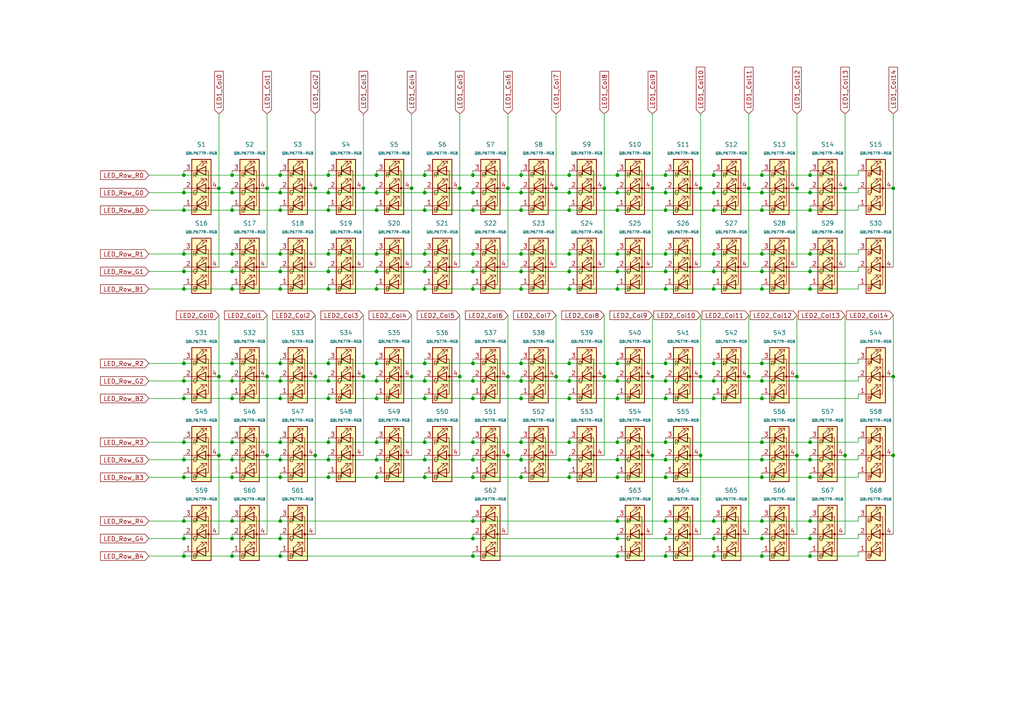
<source format=kicad_sch>
(kicad_sch (version 20211123) (generator eeschema)
  (paper "A4")
  (junction (at 91.44 54.61))
  (junction (at 234.95 50.8))
  (junction (at 77.47 54.61))
  (junction (at 95.25 55.88))
  (junction (at 95.25 50.8))
  (junction (at 165.1 110.49))
  (junction (at 179.07 55.88))
  (junction (at 220.98 78.74))
  (junction (at 151.13 55.88))
  (junction (at 234.95 151.13))
  (junction (at 53.34 151.13))
  (junction (at 81.28 50.8))
  (junction (at 193.04 78.74))
  (junction (at 220.98 151.13))
  (junction (at 67.31 110.49))
  (junction (at 95.25 115.57))
  (junction (at 179.07 138.43))
  (junction (at 109.22 73.66))
  (junction (at 151.13 78.74))
  (junction (at 123.19 55.88))
  (junction (at 123.19 73.66))
  (junction (at 137.16 110.49))
  (junction (at 67.31 83.82))
  (junction (at 234.95 78.74))
  (junction (at 151.13 115.57))
  (junction (at 123.19 138.43))
  (junction (at 81.28 138.43))
  (junction (at 81.28 105.41))
  (junction (at 63.5 109.22))
  (junction (at 109.22 128.27))
  (junction (at 193.04 156.21))
  (junction (at 123.19 115.57))
  (junction (at 161.29 109.22))
  (junction (at 259.08 54.61))
  (junction (at 179.07 133.35))
  (junction (at 207.01 83.82))
  (junction (at 53.34 128.27))
  (junction (at 137.16 161.29))
  (junction (at 105.41 54.61))
  (junction (at 95.25 78.74))
  (junction (at 109.22 60.96))
  (junction (at 207.01 78.74))
  (junction (at 137.16 151.13))
  (junction (at 67.31 105.41))
  (junction (at 179.07 60.96))
  (junction (at 179.07 50.8))
  (junction (at 179.07 115.57))
  (junction (at 193.04 161.29))
  (junction (at 189.23 109.22))
  (junction (at 151.13 83.82))
  (junction (at 109.22 110.49))
  (junction (at 193.04 133.35))
  (junction (at 175.26 54.61))
  (junction (at 220.98 83.82))
  (junction (at 137.16 73.66))
  (junction (at 234.95 138.43))
  (junction (at 123.19 78.74))
  (junction (at 109.22 55.88))
  (junction (at 95.25 110.49))
  (junction (at 234.95 55.88))
  (junction (at 234.95 73.66))
  (junction (at 147.32 132.08))
  (junction (at 234.95 128.27))
  (junction (at 193.04 110.49))
  (junction (at 203.2 54.61))
  (junction (at 193.04 55.88))
  (junction (at 67.31 55.88))
  (junction (at 193.04 105.41))
  (junction (at 137.16 133.35))
  (junction (at 245.11 54.61))
  (junction (at 53.34 110.49))
  (junction (at 109.22 78.74))
  (junction (at 207.01 156.21))
  (junction (at 123.19 83.82))
  (junction (at 53.34 78.74))
  (junction (at 207.01 60.96))
  (junction (at 231.14 54.61))
  (junction (at 123.19 133.35))
  (junction (at 245.11 132.08))
  (junction (at 95.25 133.35))
  (junction (at 207.01 151.13))
  (junction (at 151.13 105.41))
  (junction (at 53.34 60.96))
  (junction (at 179.07 78.74))
  (junction (at 220.98 105.41))
  (junction (at 165.1 60.96))
  (junction (at 109.22 138.43))
  (junction (at 207.01 105.41))
  (junction (at 151.13 110.49))
  (junction (at 53.34 133.35))
  (junction (at 67.31 133.35))
  (junction (at 81.28 128.27))
  (junction (at 137.16 55.88))
  (junction (at 151.13 50.8))
  (junction (at 151.13 138.43))
  (junction (at 147.32 54.61))
  (junction (at 53.34 156.21))
  (junction (at 53.34 55.88))
  (junction (at 165.1 138.43))
  (junction (at 165.1 133.35))
  (junction (at 53.34 83.82))
  (junction (at 95.25 60.96))
  (junction (at 81.28 115.57))
  (junction (at 109.22 115.57))
  (junction (at 123.19 128.27))
  (junction (at 137.16 138.43))
  (junction (at 220.98 133.35))
  (junction (at 234.95 133.35))
  (junction (at 53.34 73.66))
  (junction (at 165.1 73.66))
  (junction (at 165.1 78.74))
  (junction (at 220.98 50.8))
  (junction (at 189.23 54.61))
  (junction (at 133.35 54.61))
  (junction (at 109.22 50.8))
  (junction (at 63.5 132.08))
  (junction (at 123.19 50.8))
  (junction (at 53.34 161.29))
  (junction (at 67.31 73.66))
  (junction (at 179.07 83.82))
  (junction (at 193.04 115.57))
  (junction (at 81.28 78.74))
  (junction (at 137.16 105.41))
  (junction (at 179.07 73.66))
  (junction (at 95.25 138.43))
  (junction (at 151.13 133.35))
  (junction (at 234.95 161.29))
  (junction (at 207.01 110.49))
  (junction (at 179.07 105.41))
  (junction (at 175.26 109.22))
  (junction (at 81.28 133.35))
  (junction (at 137.16 156.21))
  (junction (at 133.35 109.22))
  (junction (at 81.28 83.82))
  (junction (at 234.95 83.82))
  (junction (at 147.32 109.22))
  (junction (at 137.16 50.8))
  (junction (at 123.19 110.49))
  (junction (at 259.08 109.22))
  (junction (at 67.31 138.43))
  (junction (at 220.98 115.57))
  (junction (at 203.2 109.22))
  (junction (at 151.13 73.66))
  (junction (at 119.38 54.61))
  (junction (at 234.95 60.96))
  (junction (at 77.47 109.22))
  (junction (at 137.16 128.27))
  (junction (at 53.34 115.57))
  (junction (at 165.1 55.88))
  (junction (at 67.31 161.29))
  (junction (at 203.2 132.08))
  (junction (at 67.31 128.27))
  (junction (at 67.31 156.21))
  (junction (at 119.38 109.22))
  (junction (at 220.98 138.43))
  (junction (at 67.31 78.74))
  (junction (at 81.28 60.96))
  (junction (at 259.08 132.08))
  (junction (at 165.1 128.27))
  (junction (at 220.98 55.88))
  (junction (at 81.28 156.21))
  (junction (at 109.22 133.35))
  (junction (at 220.98 110.49))
  (junction (at 165.1 115.57))
  (junction (at 137.16 83.82))
  (junction (at 123.19 60.96))
  (junction (at 67.31 60.96))
  (junction (at 137.16 115.57))
  (junction (at 109.22 105.41))
  (junction (at 179.07 151.13))
  (junction (at 217.17 109.22))
  (junction (at 161.29 54.61))
  (junction (at 231.14 109.22))
  (junction (at 105.41 109.22))
  (junction (at 220.98 156.21))
  (junction (at 193.04 128.27))
  (junction (at 193.04 83.82))
  (junction (at 165.1 105.41))
  (junction (at 95.25 83.82))
  (junction (at 165.1 83.82))
  (junction (at 53.34 138.43))
  (junction (at 179.07 156.21))
  (junction (at 193.04 151.13))
  (junction (at 95.25 128.27))
  (junction (at 91.44 132.08))
  (junction (at 63.5 54.61))
  (junction (at 207.01 73.66))
  (junction (at 81.28 73.66))
  (junction (at 67.31 50.8))
  (junction (at 179.07 161.29))
  (junction (at 220.98 73.66))
  (junction (at 207.01 115.57))
  (junction (at 207.01 55.88))
  (junction (at 109.22 83.82))
  (junction (at 217.17 54.61))
  (junction (at 95.25 105.41))
  (junction (at 151.13 128.27))
  (junction (at 220.98 161.29))
  (junction (at 207.01 50.8))
  (junction (at 165.1 50.8))
  (junction (at 53.34 105.41))
  (junction (at 81.28 110.49))
  (junction (at 231.14 132.08))
  (junction (at 53.34 50.8))
  (junction (at 81.28 55.88))
  (junction (at 67.31 115.57))
  (junction (at 123.19 105.41))
  (junction (at 137.16 60.96))
  (junction (at 67.31 151.13))
  (junction (at 193.04 138.43))
  (junction (at 193.04 73.66))
  (junction (at 207.01 161.29))
  (junction (at 179.07 110.49))
  (junction (at 81.28 161.29))
  (junction (at 77.47 132.08))
  (junction (at 81.28 151.13))
  (junction (at 151.13 60.96))
  (junction (at 91.44 109.22))
  (junction (at 179.07 128.27))
  (junction (at 220.98 60.96))
  (junction (at 95.25 73.66))
  (junction (at 193.04 60.96))
  (junction (at 220.98 128.27))
  (junction (at 193.04 50.8))
  (junction (at 189.23 132.08))
  (junction (at 137.16 78.74))
  (junction (at 234.95 156.21))
  (wire (pts (xy 231.14 54.61) (xy 231.14 77.47)))
  (wire (pts (xy 193.04 138.43) (xy 220.98 138.43)))
  (wire (pts (xy 81.28 138.43) (xy 95.25 138.43)))
  (wire (pts (xy 220.98 138.43) (xy 234.95 138.43)))
  (wire (pts (xy 123.19 133.35) (xy 137.16 133.35)))
  (wire (pts (xy 234.95 83.82) (xy 234.95 82.55)))
  (wire (pts (xy 193.04 149.86) (xy 193.04 151.13)))
  (wire (pts (xy 179.07 110.49) (xy 193.04 110.49)))
  (wire (pts (xy 248.92 138.43) (xy 248.92 137.16)))
  (wire (pts (xy 207.01 73.66) (xy 207.01 72.39)))
  (wire (pts (xy 179.07 115.57) (xy 179.07 114.3)))
  (wire (pts (xy 179.07 55.88) (xy 193.04 55.88)))
  (wire (pts (xy 137.16 50.8) (xy 151.13 50.8)))
  (wire (pts (xy 179.07 73.66) (xy 179.07 72.39)))
  (wire (pts (xy 165.1 60.96) (xy 179.07 60.96)))
  (wire (pts (xy 137.16 78.74) (xy 137.16 77.47)))
  (wire (pts (xy 231.14 132.08) (xy 231.14 154.94)))
  (wire (pts (xy 81.28 138.43) (xy 81.28 137.16)))
  (wire (pts (xy 53.34 83.82) (xy 53.34 82.55)))
  (wire (pts (xy 95.25 50.8) (xy 109.22 50.8)))
  (wire (pts (xy 77.47 91.44) (xy 77.47 109.22)))
  (wire (pts (xy 248.92 105.41) (xy 248.92 104.14)))
  (wire (pts (xy 95.25 128.27) (xy 109.22 128.27)))
  (wire (pts (xy 193.04 105.41) (xy 207.01 105.41)))
  (wire (pts (xy 259.08 132.08) (xy 259.08 154.94)))
  (wire (pts (xy 95.25 138.43) (xy 109.22 138.43)))
  (wire (pts (xy 248.92 128.27) (xy 248.92 127)))
  (wire (pts (xy 165.1 132.08) (xy 165.1 133.35)))
  (wire (pts (xy 179.07 105.41) (xy 179.07 104.14)))
  (wire (pts (xy 179.07 156.21) (xy 193.04 156.21)))
  (wire (pts (xy 81.28 60.96) (xy 95.25 60.96)))
  (wire (pts (xy 231.14 109.22) (xy 231.14 132.08)))
  (wire (pts (xy 81.28 83.82) (xy 81.28 82.55)))
  (wire (pts (xy 234.95 156.21) (xy 248.92 156.21)))
  (wire (pts (xy 95.25 109.22) (xy 95.25 110.49)))
  (wire (pts (xy 234.95 161.29) (xy 234.95 160.02)))
  (wire (pts (xy 193.04 73.66) (xy 193.04 72.39)))
  (wire (pts (xy 63.5 33.02) (xy 63.5 54.61)))
  (wire (pts (xy 67.31 115.57) (xy 67.31 114.3)))
  (wire (pts (xy 53.34 73.66) (xy 67.31 73.66)))
  (wire (pts (xy 67.31 138.43) (xy 67.31 137.16)))
  (wire (pts (xy 245.11 54.61) (xy 245.11 77.47)))
  (wire (pts (xy 207.01 105.41) (xy 207.01 104.14)))
  (wire (pts (xy 193.04 83.82) (xy 193.04 82.55)))
  (wire (pts (xy 109.22 55.88) (xy 123.19 55.88)))
  (wire (pts (xy 207.01 110.49) (xy 220.98 110.49)))
  (wire (pts (xy 95.25 115.57) (xy 95.25 114.3)))
  (wire (pts (xy 137.16 54.61) (xy 137.16 55.88)))
  (wire (pts (xy 109.22 78.74) (xy 109.22 77.47)))
  (wire (pts (xy 67.31 161.29) (xy 81.28 161.29)))
  (wire (pts (xy 137.16 110.49) (xy 151.13 110.49)))
  (wire (pts (xy 81.28 161.29) (xy 81.28 160.02)))
  (wire (pts (xy 220.98 151.13) (xy 234.95 151.13)))
  (wire (pts (xy 119.38 54.61) (xy 119.38 77.47)))
  (wire (pts (xy 179.07 49.53) (xy 179.07 50.8)))
  (wire (pts (xy 109.22 73.66) (xy 109.22 72.39)))
  (wire (pts (xy 151.13 54.61) (xy 151.13 55.88)))
  (wire (pts (xy 95.25 55.88) (xy 109.22 55.88)))
  (wire (pts (xy 81.28 73.66) (xy 95.25 73.66)))
  (wire (pts (xy 81.28 128.27) (xy 81.28 127)))
  (wire (pts (xy 123.19 110.49) (xy 137.16 110.49)))
  (wire (pts (xy 259.08 109.22) (xy 259.08 132.08)))
  (wire (pts (xy 151.13 83.82) (xy 151.13 82.55)))
  (wire (pts (xy 77.47 54.61) (xy 77.47 77.47)))
  (wire (pts (xy 147.32 54.61) (xy 147.32 77.47)))
  (wire (pts (xy 189.23 91.44) (xy 189.23 109.22)))
  (wire (pts (xy 123.19 78.74) (xy 137.16 78.74)))
  (wire (pts (xy 137.16 105.41) (xy 151.13 105.41)))
  (wire (pts (xy 165.1 109.22) (xy 165.1 110.49)))
  (wire (pts (xy 193.04 54.61) (xy 193.04 55.88)))
  (wire (pts (xy 67.31 105.41) (xy 81.28 105.41)))
  (wire (pts (xy 137.16 115.57) (xy 151.13 115.57)))
  (wire (pts (xy 81.28 54.61) (xy 81.28 55.88)))
  (wire (pts (xy 53.34 73.66) (xy 53.34 72.39)))
  (wire (pts (xy 67.31 78.74) (xy 81.28 78.74)))
  (wire (pts (xy 151.13 73.66) (xy 165.1 73.66)))
  (wire (pts (xy 234.95 133.35) (xy 248.92 133.35)))
  (wire (pts (xy 207.01 83.82) (xy 220.98 83.82)))
  (wire (pts (xy 179.07 151.13) (xy 179.07 149.86)))
  (wire (pts (xy 165.1 138.43) (xy 165.1 137.16)))
  (wire (pts (xy 81.28 156.21) (xy 137.16 156.21)))
  (wire (pts (xy 248.92 133.35) (xy 248.92 132.08)))
  (wire (pts (xy 151.13 109.22) (xy 151.13 110.49)))
  (wire (pts (xy 43.18 50.8) (xy 53.34 50.8)))
  (wire (pts (xy 137.16 156.21) (xy 179.07 156.21)))
  (wire (pts (xy 43.18 133.35) (xy 53.34 133.35)))
  (wire (pts (xy 77.47 33.02) (xy 77.47 54.61)))
  (wire (pts (xy 165.1 115.57) (xy 179.07 115.57)))
  (wire (pts (xy 193.04 156.21) (xy 207.01 156.21)))
  (wire (pts (xy 81.28 109.22) (xy 81.28 110.49)))
  (wire (pts (xy 217.17 91.44) (xy 217.17 109.22)))
  (wire (pts (xy 234.95 83.82) (xy 248.92 83.82)))
  (wire (pts (xy 53.34 132.08) (xy 53.34 133.35)))
  (wire (pts (xy 234.95 154.94) (xy 234.95 156.21)))
  (wire (pts (xy 193.04 132.08) (xy 193.04 133.35)))
  (wire (pts (xy 81.28 115.57) (xy 95.25 115.57)))
  (wire (pts (xy 165.1 128.27) (xy 179.07 128.27)))
  (wire (pts (xy 193.04 49.53) (xy 193.04 50.8)))
  (wire (pts (xy 123.19 73.66) (xy 123.19 72.39)))
  (wire (pts (xy 179.07 105.41) (xy 193.04 105.41)))
  (wire (pts (xy 67.31 110.49) (xy 81.28 110.49)))
  (wire (pts (xy 123.19 138.43) (xy 123.19 137.16)))
  (wire (pts (xy 137.16 105.41) (xy 137.16 104.14)))
  (wire (pts (xy 207.01 60.96) (xy 220.98 60.96)))
  (wire (pts (xy 53.34 105.41) (xy 67.31 105.41)))
  (wire (pts (xy 147.32 109.22) (xy 147.32 132.08)))
  (wire (pts (xy 151.13 110.49) (xy 165.1 110.49)))
  (wire (pts (xy 220.98 161.29) (xy 234.95 161.29)))
  (wire (pts (xy 137.16 49.53) (xy 137.16 50.8)))
  (wire (pts (xy 231.14 91.44) (xy 231.14 109.22)))
  (wire (pts (xy 137.16 59.69) (xy 137.16 60.96)))
  (wire (pts (xy 165.1 55.88) (xy 179.07 55.88)))
  (wire (pts (xy 217.17 33.02) (xy 217.17 54.61)))
  (wire (pts (xy 189.23 54.61) (xy 189.23 77.47)))
  (wire (pts (xy 207.01 109.22) (xy 207.01 110.49)))
  (wire (pts (xy 53.34 151.13) (xy 53.34 149.86)))
  (wire (pts (xy 123.19 128.27) (xy 123.19 127)))
  (wire (pts (xy 165.1 59.69) (xy 165.1 60.96)))
  (wire (pts (xy 137.16 151.13) (xy 179.07 151.13)))
  (wire (pts (xy 123.19 109.22) (xy 123.19 110.49)))
  (wire (pts (xy 217.17 109.22) (xy 217.17 154.94)))
  (wire (pts (xy 165.1 110.49) (xy 179.07 110.49)))
  (wire (pts (xy 123.19 78.74) (xy 123.19 77.47)))
  (wire (pts (xy 137.16 109.22) (xy 137.16 110.49)))
  (wire (pts (xy 175.26 54.61) (xy 175.26 77.47)))
  (wire (pts (xy 105.41 91.44) (xy 105.41 109.22)))
  (wire (pts (xy 53.34 154.94) (xy 53.34 156.21)))
  (wire (pts (xy 147.32 132.08) (xy 147.32 154.94)))
  (wire (pts (xy 193.04 55.88) (xy 207.01 55.88)))
  (wire (pts (xy 245.11 132.08) (xy 245.11 154.94)))
  (wire (pts (xy 151.13 105.41) (xy 165.1 105.41)))
  (wire (pts (xy 123.19 105.41) (xy 137.16 105.41)))
  (wire (pts (xy 248.92 115.57) (xy 248.92 114.3)))
  (wire (pts (xy 53.34 115.57) (xy 53.34 114.3)))
  (wire (pts (xy 109.22 115.57) (xy 109.22 114.3)))
  (wire (pts (xy 43.18 105.41) (xy 53.34 105.41)))
  (wire (pts (xy 137.16 83.82) (xy 151.13 83.82)))
  (wire (pts (xy 151.13 55.88) (xy 165.1 55.88)))
  (wire (pts (xy 67.31 50.8) (xy 81.28 50.8)))
  (wire (pts (xy 193.04 78.74) (xy 207.01 78.74)))
  (wire (pts (xy 81.28 50.8) (xy 95.25 50.8)))
  (wire (pts (xy 161.29 91.44) (xy 161.29 109.22)))
  (wire (pts (xy 67.31 54.61) (xy 67.31 55.88)))
  (wire (pts (xy 53.34 54.61) (xy 53.34 55.88)))
  (wire (pts (xy 179.07 138.43) (xy 193.04 138.43)))
  (wire (pts (xy 151.13 83.82) (xy 165.1 83.82)))
  (wire (pts (xy 220.98 59.69) (xy 220.98 60.96)))
  (wire (pts (xy 220.98 49.53) (xy 220.98 50.8)))
  (wire (pts (xy 95.25 105.41) (xy 95.25 104.14)))
  (wire (pts (xy 43.18 60.96) (xy 53.34 60.96)))
  (wire (pts (xy 207.01 105.41) (xy 220.98 105.41)))
  (wire (pts (xy 67.31 49.53) (xy 67.31 50.8)))
  (wire (pts (xy 119.38 109.22) (xy 119.38 132.08)))
  (wire (pts (xy 53.34 133.35) (xy 67.31 133.35)))
  (wire (pts (xy 109.22 83.82) (xy 123.19 83.82)))
  (wire (pts (xy 43.18 55.88) (xy 53.34 55.88)))
  (wire (pts (xy 43.18 78.74) (xy 53.34 78.74)))
  (wire (pts (xy 165.1 78.74) (xy 165.1 77.47)))
  (wire (pts (xy 151.13 115.57) (xy 165.1 115.57)))
  (wire (pts (xy 53.34 60.96) (xy 67.31 60.96)))
  (wire (pts (xy 147.32 91.44) (xy 147.32 109.22)))
  (wire (pts (xy 133.35 91.44) (xy 133.35 109.22)))
  (wire (pts (xy 67.31 128.27) (xy 67.31 127)))
  (wire (pts (xy 203.2 109.22) (xy 203.2 132.08)))
  (wire (pts (xy 77.47 132.08) (xy 77.47 154.94)))
  (wire (pts (xy 203.2 91.44) (xy 203.2 109.22)))
  (wire (pts (xy 234.95 151.13) (xy 248.92 151.13)))
  (wire (pts (xy 207.01 49.53) (xy 207.01 50.8)))
  (wire (pts (xy 63.5 91.44) (xy 63.5 109.22)))
  (wire (pts (xy 53.34 161.29) (xy 53.34 160.02)))
  (wire (pts (xy 137.16 161.29) (xy 137.16 160.02)))
  (wire (pts (xy 234.95 54.61) (xy 234.95 55.88)))
  (wire (pts (xy 53.34 161.29) (xy 67.31 161.29)))
  (wire (pts (xy 189.23 109.22) (xy 189.23 132.08)))
  (wire (pts (xy 179.07 132.08) (xy 179.07 133.35)))
  (wire (pts (xy 151.13 59.69) (xy 151.13 60.96)))
  (wire (pts (xy 248.92 151.13) (xy 248.92 149.86)))
  (wire (pts (xy 137.16 133.35) (xy 151.13 133.35)))
  (wire (pts (xy 220.98 128.27) (xy 220.98 127)))
  (wire (pts (xy 193.04 151.13) (xy 207.01 151.13)))
  (wire (pts (xy 109.22 109.22) (xy 109.22 110.49)))
  (wire (pts (xy 95.25 49.53) (xy 95.25 50.8)))
  (wire (pts (xy 67.31 105.41) (xy 67.31 104.14)))
  (wire (pts (xy 95.25 54.61) (xy 95.25 55.88)))
  (wire (pts (xy 81.28 73.66) (xy 81.28 72.39)))
  (wire (pts (xy 123.19 138.43) (xy 137.16 138.43)))
  (wire (pts (xy 151.13 60.96) (xy 165.1 60.96)))
  (wire (pts (xy 109.22 105.41) (xy 123.19 105.41)))
  (wire (pts (xy 81.28 132.08) (xy 81.28 133.35)))
  (wire (pts (xy 231.14 33.02) (xy 231.14 54.61)))
  (wire (pts (xy 133.35 33.02) (xy 133.35 54.61)))
  (wire (pts (xy 179.07 154.94) (xy 179.07 156.21)))
  (wire (pts (xy 77.47 109.22) (xy 77.47 132.08)))
  (wire (pts (xy 95.25 73.66) (xy 95.25 72.39)))
  (wire (pts (xy 151.13 128.27) (xy 165.1 128.27)))
  (wire (pts (xy 67.31 59.69) (xy 67.31 60.96)))
  (wire (pts (xy 234.95 59.69) (xy 234.95 60.96)))
  (wire (pts (xy 119.38 91.44) (xy 119.38 109.22)))
  (wire (pts (xy 53.34 59.69) (xy 53.34 60.96)))
  (wire (pts (xy 95.25 83.82) (xy 95.25 82.55)))
  (wire (pts (xy 91.44 33.02) (xy 91.44 54.61)))
  (wire (pts (xy 105.41 33.02) (xy 105.41 54.61)))
  (wire (pts (xy 234.95 78.74) (xy 234.95 77.47)))
  (wire (pts (xy 220.98 133.35) (xy 234.95 133.35)))
  (wire (pts (xy 248.92 50.8) (xy 248.92 49.53)))
  (wire (pts (xy 207.01 115.57) (xy 207.01 114.3)))
  (wire (pts (xy 123.19 105.41) (xy 123.19 104.14)))
  (wire (pts (xy 43.18 83.82) (xy 53.34 83.82)))
  (wire (pts (xy 67.31 83.82) (xy 81.28 83.82)))
  (wire (pts (xy 63.5 109.22) (xy 63.5 132.08)))
  (wire (pts (xy 67.31 109.22) (xy 67.31 110.49)))
  (wire (pts (xy 248.92 156.21) (xy 248.92 154.94)))
  (wire (pts (xy 81.28 59.69) (xy 81.28 60.96)))
  (wire (pts (xy 248.92 78.74) (xy 248.92 77.47)))
  (wire (pts (xy 95.25 128.27) (xy 95.25 127)))
  (wire (pts (xy 179.07 128.27) (xy 179.07 127)))
  (wire (pts (xy 207.01 154.94) (xy 207.01 156.21)))
  (wire (pts (xy 193.04 161.29) (xy 207.01 161.29)))
  (wire (pts (xy 67.31 151.13) (xy 81.28 151.13)))
  (wire (pts (xy 109.22 115.57) (xy 123.19 115.57)))
  (wire (pts (xy 109.22 105.41) (xy 109.22 104.14)))
  (wire (pts (xy 133.35 109.22) (xy 133.35 132.08)))
  (wire (pts (xy 189.23 132.08) (xy 189.23 154.94)))
  (wire (pts (xy 165.1 105.41) (xy 179.07 105.41)))
  (wire (pts (xy 220.98 151.13) (xy 220.98 149.86)))
  (wire (pts (xy 81.28 161.29) (xy 137.16 161.29)))
  (wire (pts (xy 165.1 115.57) (xy 165.1 114.3)))
  (wire (pts (xy 259.08 54.61) (xy 259.08 77.47)))
  (wire (pts (xy 234.95 55.88) (xy 248.92 55.88)))
  (wire (pts (xy 259.08 91.44) (xy 259.08 109.22)))
  (wire (pts (xy 179.07 133.35) (xy 193.04 133.35)))
  (wire (pts (xy 63.5 54.61) (xy 63.5 77.47)))
  (wire (pts (xy 179.07 115.57) (xy 193.04 115.57)))
  (wire (pts (xy 137.16 128.27) (xy 151.13 128.27)))
  (wire (pts (xy 179.07 78.74) (xy 179.07 77.47)))
  (wire (pts (xy 151.13 105.41) (xy 151.13 104.14)))
  (wire (pts (xy 63.5 132.08) (xy 63.5 154.94)))
  (wire (pts (xy 234.95 132.08) (xy 234.95 133.35)))
  (wire (pts (xy 220.98 60.96) (xy 234.95 60.96)))
  (wire (pts (xy 248.92 55.88) (xy 248.92 54.61)))
  (wire (pts (xy 175.26 109.22) (xy 175.26 132.08)))
  (wire (pts (xy 53.34 83.82) (xy 67.31 83.82)))
  (wire (pts (xy 43.18 161.29) (xy 53.34 161.29)))
  (wire (pts (xy 248.92 60.96) (xy 248.92 59.69)))
  (wire (pts (xy 81.28 105.41) (xy 81.28 104.14)))
  (wire (pts (xy 151.13 50.8) (xy 165.1 50.8)))
  (wire (pts (xy 207.01 78.74) (xy 207.01 77.47)))
  (wire (pts (xy 151.13 133.35) (xy 165.1 133.35)))
  (wire (pts (xy 151.13 49.53) (xy 151.13 50.8)))
  (wire (pts (xy 234.95 138.43) (xy 248.92 138.43)))
  (wire (pts (xy 165.1 133.35) (xy 179.07 133.35)))
  (wire (pts (xy 81.28 55.88) (xy 95.25 55.88)))
  (wire (pts (xy 151.13 128.27) (xy 151.13 127)))
  (wire (pts (xy 217.17 54.61) (xy 217.17 77.47)))
  (wire (pts (xy 203.2 33.02) (xy 203.2 54.61)))
  (wire (pts (xy 179.07 161.29) (xy 193.04 161.29)))
  (wire (pts (xy 220.98 78.74) (xy 234.95 78.74)))
  (wire (pts (xy 95.25 78.74) (xy 109.22 78.74)))
  (wire (pts (xy 220.98 73.66) (xy 220.98 72.39)))
  (wire (pts (xy 165.1 83.82) (xy 179.07 83.82)))
  (wire (pts (xy 109.22 133.35) (xy 123.19 133.35)))
  (wire (pts (xy 67.31 154.94) (xy 67.31 156.21)))
  (wire (pts (xy 179.07 73.66) (xy 193.04 73.66)))
  (wire (pts (xy 175.26 91.44) (xy 175.26 109.22)))
  (wire (pts (xy 193.04 105.41) (xy 193.04 104.14)))
  (wire (pts (xy 43.18 138.43) (xy 53.34 138.43)))
  (wire (pts (xy 207.01 50.8) (xy 220.98 50.8)))
  (wire (pts (xy 234.95 138.43) (xy 234.95 137.16)))
  (wire (pts (xy 220.98 115.57) (xy 248.92 115.57)))
  (wire (pts (xy 105.41 109.22) (xy 105.41 132.08)))
  (wire (pts (xy 67.31 55.88) (xy 81.28 55.88)))
  (wire (pts (xy 220.98 83.82) (xy 220.98 82.55)))
  (wire (pts (xy 123.19 83.82) (xy 123.19 82.55)))
  (wire (pts (xy 179.07 83.82) (xy 193.04 83.82)))
  (wire (pts (xy 95.25 138.43) (xy 95.25 137.16)))
  (wire (pts (xy 81.28 49.53) (xy 81.28 50.8)))
  (wire (pts (xy 220.98 128.27) (xy 234.95 128.27)))
  (wire (pts (xy 220.98 115.57) (xy 220.98 114.3)))
  (wire (pts (xy 234.95 128.27) (xy 234.95 127)))
  (wire (pts (xy 53.34 49.53) (xy 53.34 50.8)))
  (wire (pts (xy 179.07 161.29) (xy 179.07 160.02)))
  (wire (pts (xy 67.31 132.08) (xy 67.31 133.35)))
  (wire (pts (xy 123.19 60.96) (xy 137.16 60.96)))
  (wire (pts (xy 81.28 154.94) (xy 81.28 156.21)))
  (wire (pts (xy 67.31 78.74) (xy 67.31 77.47)))
  (wire (pts (xy 123.19 50.8) (xy 137.16 50.8)))
  (wire (pts (xy 43.18 110.49) (xy 53.34 110.49)))
  (wire (pts (xy 67.31 161.29) (xy 67.31 160.02)))
  (wire (pts (xy 193.04 138.43) (xy 193.04 137.16)))
  (wire (pts (xy 193.04 133.35) (xy 220.98 133.35)))
  (wire (pts (xy 53.34 55.88) (xy 67.31 55.88)))
  (wire (pts (xy 165.1 50.8) (xy 179.07 50.8)))
  (wire (pts (xy 109.22 138.43) (xy 123.19 138.43)))
  (wire (pts (xy 193.04 109.22) (xy 193.04 110.49)))
  (wire (pts (xy 137.16 60.96) (xy 151.13 60.96)))
  (wire (pts (xy 220.98 83.82) (xy 234.95 83.82)))
  (wire (pts (xy 203.2 54.61) (xy 203.2 77.47)))
  (wire (pts (xy 95.25 105.41) (xy 109.22 105.41)))
  (wire (pts (xy 95.25 132.08) (xy 95.25 133.35)))
  (wire (pts (xy 67.31 83.82) (xy 67.31 82.55)))
  (wire (pts (xy 91.44 109.22) (xy 91.44 132.08)))
  (wire (pts (xy 43.18 151.13) (xy 53.34 151.13)))
  (wire (pts (xy 175.26 33.02) (xy 175.26 54.61)))
  (wire (pts (xy 179.07 50.8) (xy 193.04 50.8)))
  (wire (pts (xy 220.98 156.21) (xy 234.95 156.21)))
  (wire (pts (xy 109.22 132.08) (xy 109.22 133.35)))
  (wire (pts (xy 151.13 138.43) (xy 165.1 138.43)))
  (wire (pts (xy 67.31 60.96) (xy 81.28 60.96)))
  (wire (pts (xy 179.07 109.22) (xy 179.07 110.49)))
  (wire (pts (xy 95.25 83.82) (xy 109.22 83.82)))
  (wire (pts (xy 248.92 73.66) (xy 248.92 72.39)))
  (wire (pts (xy 234.95 73.66) (xy 234.95 72.39)))
  (wire (pts (xy 53.34 115.57) (xy 67.31 115.57)))
  (wire (pts (xy 109.22 73.66) (xy 123.19 73.66)))
  (wire (pts (xy 179.07 60.96) (xy 193.04 60.96)))
  (wire (pts (xy 67.31 138.43) (xy 81.28 138.43)))
  (wire (pts (xy 234.95 60.96) (xy 248.92 60.96)))
  (wire (pts (xy 207.01 59.69) (xy 207.01 60.96)))
  (wire (pts (xy 220.98 138.43) (xy 220.98 137.16)))
  (wire (pts (xy 123.19 132.08) (xy 123.19 133.35)))
  (wire (pts (xy 81.28 83.82) (xy 95.25 83.82)))
  (wire (pts (xy 179.07 128.27) (xy 193.04 128.27)))
  (wire (pts (xy 193.04 128.27) (xy 220.98 128.27)))
  (wire (pts (xy 248.92 110.49) (xy 248.92 109.22)))
  (wire (pts (xy 95.25 133.35) (xy 109.22 133.35)))
  (wire (pts (xy 137.16 138.43) (xy 137.16 137.16)))
  (wire (pts (xy 179.07 59.69) (xy 179.07 60.96)))
  (wire (pts (xy 81.28 133.35) (xy 95.25 133.35)))
  (wire (pts (xy 53.34 151.13) (xy 67.31 151.13)))
  (wire (pts (xy 133.35 54.61) (xy 133.35 77.47)))
  (wire (pts (xy 137.16 128.27) (xy 137.16 127)))
  (wire (pts (xy 91.44 132.08) (xy 91.44 154.94)))
  (wire (pts (xy 207.01 160.02) (xy 207.01 161.29)))
  (wire (pts (xy 220.98 73.66) (xy 234.95 73.66)))
  (wire (pts (xy 123.19 83.82) (xy 137.16 83.82)))
  (wire (pts (xy 53.34 138.43) (xy 67.31 138.43)))
  (wire (pts (xy 123.19 49.53) (xy 123.19 50.8)))
  (wire (pts (xy 234.95 73.66) (xy 248.92 73.66)))
  (wire (pts (xy 95.25 60.96) (xy 109.22 60.96)))
  (wire (pts (xy 220.98 161.29) (xy 220.98 160.02)))
  (wire (pts (xy 220.98 54.61) (xy 220.98 55.88)))
  (wire (pts (xy 137.16 151.13) (xy 137.16 149.86)))
  (wire (pts (xy 220.98 105.41) (xy 248.92 105.41)))
  (wire (pts (xy 193.04 78.74) (xy 193.04 77.47)))
  (wire (pts (xy 234.95 161.29) (xy 248.92 161.29)))
  (wire (pts (xy 207.01 55.88) (xy 220.98 55.88)))
  (wire (pts (xy 189.23 33.02) (xy 189.23 54.61)))
  (wire (pts (xy 193.04 83.82) (xy 207.01 83.82)))
  (wire (pts (xy 137.16 154.94) (xy 137.16 156.21)))
  (wire (pts (xy 193.04 128.27) (xy 193.04 127)))
  (wire (pts (xy 207.01 156.21) (xy 220.98 156.21)))
  (wire (pts (xy 220.98 50.8) (xy 234.95 50.8)))
  (wire (pts (xy 207.01 161.29) (xy 220.98 161.29)))
  (wire (pts (xy 53.34 105.41) (xy 53.34 104.14)))
  (wire (pts (xy 53.34 156.21) (xy 67.31 156.21)))
  (wire (pts (xy 109.22 78.74) (xy 123.19 78.74)))
  (wire (pts (xy 220.98 55.88) (xy 234.95 55.88)))
  (wire (pts (xy 179.07 151.13) (xy 193.04 151.13)))
  (wire (pts (xy 91.44 54.61) (xy 91.44 77.47)))
  (wire (pts (xy 165.1 138.43) (xy 179.07 138.43)))
  (wire (pts (xy 137.16 115.57) (xy 137.16 114.3)))
  (wire (pts (xy 165.1 49.53) (xy 165.1 50.8)))
  (wire (pts (xy 207.01 73.66) (xy 220.98 73.66)))
  (wire (pts (xy 220.98 110.49) (xy 248.92 110.49)))
  (wire (pts (xy 259.08 33.02) (xy 259.08 54.61)))
  (wire (pts (xy 53.34 128.27) (xy 67.31 128.27)))
  (wire (pts (xy 67.31 115.57) (xy 81.28 115.57)))
  (wire (pts (xy 137.16 138.43) (xy 151.13 138.43)))
  (wire (pts (xy 43.18 115.57) (xy 53.34 115.57)))
  (wire (pts (xy 53.34 138.43) (xy 53.34 137.16)))
  (wire (pts (xy 248.92 161.29) (xy 248.92 160.02)))
  (wire (pts (xy 151.13 73.66) (xy 151.13 72.39)))
  (wire (pts (xy 151.13 115.57) (xy 151.13 114.3)))
  (wire (pts (xy 109.22 83.82) (xy 109.22 82.55)))
  (wire (pts (xy 207.01 54.61) (xy 207.01 55.88)))
  (wire (pts (xy 220.98 154.94) (xy 220.98 156.21)))
  (wire (pts (xy 53.34 109.22) (xy 53.34 110.49)))
  (wire (pts (xy 137.16 55.88) (xy 151.13 55.88)))
  (wire (pts (xy 193.04 154.94) (xy 193.04 156.21)))
  (wire (pts (xy 109.22 110.49) (xy 123.19 110.49)))
  (wire (pts (xy 179.07 54.61) (xy 179.07 55.88)))
  (wire (pts (xy 234.95 151.13) (xy 234.95 149.86)))
  (wire (pts (xy 220.98 78.74) (xy 220.98 77.47)))
  (wire (pts (xy 81.28 151.13) (xy 81.28 149.86)))
  (wire (pts (xy 81.28 128.27) (xy 95.25 128.27)))
  (wire (pts (xy 109.22 128.27) (xy 109.22 127)))
  (wire (pts (xy 193.04 110.49) (xy 207.01 110.49)))
  (wire (pts (xy 193.04 59.69) (xy 193.04 60.96)))
  (wire (pts (xy 81.28 115.57) (xy 81.28 114.3)))
  (wire (pts (xy 165.1 73.66) (xy 179.07 73.66)))
  (wire (pts (xy 109.22 60.96) (xy 123.19 60.96)))
  (wire (pts (xy 165.1 128.27) (xy 165.1 127)))
  (wire (pts (xy 109.22 50.8) (xy 123.19 50.8)))
  (wire (pts (xy 43.18 73.66) (xy 53.34 73.66)))
  (wire (pts (xy 95.25 110.49) (xy 109.22 110.49)))
  (wire (pts (xy 151.13 78.74) (xy 151.13 77.47)))
  (wire (pts (xy 123.19 115.57) (xy 123.19 114.3)))
  (wire (pts (xy 165.1 83.82) (xy 165.1 82.55)))
  (wire (pts (xy 245.11 33.02) (xy 245.11 54.61)))
  (wire (pts (xy 234.95 128.27) (xy 248.92 128.27)))
  (wire (pts (xy 53.34 78.74) (xy 67.31 78.74)))
  (wire (pts (xy 207.01 151.13) (xy 220.98 151.13)))
  (wire (pts (xy 165.1 105.41) (xy 165.1 104.14)))
  (wire (pts (xy 105.41 54.61) (xy 105.41 77.47)))
  (wire (pts (xy 207.01 83.82) (xy 207.01 82.55)))
  (wire (pts (xy 137.16 73.66) (xy 137.16 72.39)))
  (wire (pts (xy 245.11 91.44) (xy 245.11 132.08)))
  (wire (pts (xy 161.29 33.02) (xy 161.29 54.61)))
  (wire (pts (xy 234.95 49.53) (xy 234.95 50.8)))
  (wire (pts (xy 137.16 78.74) (xy 151.13 78.74)))
  (wire (pts (xy 220.98 132.08) (xy 220.98 133.35)))
  (wire (pts (xy 109.22 59.69) (xy 109.22 60.96)))
  (wire (pts (xy 234.95 78.74) (xy 248.92 78.74)))
  (wire (pts (xy 193.04 60.96) (xy 207.01 60.96)))
  (wire (pts (xy 95.25 59.69) (xy 95.25 60.96)))
  (wire (pts (xy 248.92 83.82) (xy 248.92 82.55)))
  (wire (pts (xy 207.01 78.74) (xy 220.98 78.74)))
  (wire (pts (xy 193.04 115.57) (xy 193.04 114.3)))
  (wire (pts (xy 81.28 105.41) (xy 95.25 105.41)))
  (wire (pts (xy 161.29 54.61) (xy 161.29 77.47)))
  (wire (pts (xy 67.31 133.35) (xy 81.28 133.35)))
  (wire (pts (xy 137.16 132.08) (xy 137.16 133.35)))
  (wire (pts (xy 53.34 128.27) (xy 53.34 127)))
  (wire (pts (xy 193.04 50.8) (xy 207.01 50.8)))
  (wire (pts (xy 165.1 73.66) (xy 165.1 72.39)))
  (wire (pts (xy 151.13 132.08) (xy 151.13 133.35)))
  (wire (pts (xy 67.31 73.66) (xy 67.31 72.39)))
  (wire (pts (xy 151.13 78.74) (xy 165.1 78.74)))
  (wire (pts (xy 123.19 115.57) (xy 137.16 115.57)))
  (wire (pts (xy 220.98 105.41) (xy 220.98 104.14)))
  (wire (pts (xy 179.07 78.74) (xy 193.04 78.74)))
  (wire (pts (xy 207.01 115.57) (xy 220.98 115.57)))
  (wire (pts (xy 109.22 128.27) (xy 123.19 128.27)))
  (wire (pts (xy 151.13 138.43) (xy 151.13 137.16)))
  (wire (pts (xy 165.1 78.74) (xy 179.07 78.74)))
  (wire (pts (xy 43.18 156.21) (xy 53.34 156.21)))
  (wire (pts (xy 179.07 138.43) (xy 179.07 137.16)))
  (wire (pts (xy 95.25 78.74) (xy 95.25 77.47)))
  (wire (pts (xy 109.22 54.61) (xy 109.22 55.88)))
  (wire (pts (xy 53.34 110.49) (xy 67.31 110.49)))
  (wire (pts (xy 95.25 115.57) (xy 109.22 115.57)))
  (wire (pts (xy 220.98 109.22) (xy 220.98 110.49)))
  (wire (pts (xy 81.28 110.49) (xy 95.25 110.49)))
  (wire (pts (xy 67.31 128.27) (xy 81.28 128.27)))
  (wire (pts (xy 109.22 138.43) (xy 109.22 137.16)))
  (wire (pts (xy 234.95 50.8) (xy 248.92 50.8)))
  (wire (pts (xy 193.04 73.66) (xy 207.01 73.66)))
  (wire (pts (xy 137.16 161.29) (xy 179.07 161.29)))
  (wire (pts (xy 161.29 109.22) (xy 161.29 132.08)))
  (wire (pts (xy 147.32 33.02) (xy 147.32 54.61)))
  (wire (pts (xy 67.31 73.66) (xy 81.28 73.66)))
  (wire (pts (xy 123.19 54.61) (xy 123.19 55.88)))
  (wire (pts (xy 91.44 91.44) (xy 91.44 109.22)))
  (wire (pts (xy 193.04 115.57) (xy 207.01 115.57)))
  (wire (pts (xy 165.1 54.61) (xy 165.1 55.88)))
  (wire (pts (xy 137.16 73.66) (xy 151.13 73.66)))
  (wire (pts (xy 81.28 151.13) (xy 137.16 151.13)))
  (wire (pts (xy 81.28 78.74) (xy 95.25 78.74)))
  (wire (pts (xy 67.31 156.21) (xy 81.28 156.21)))
  (wire (pts (xy 203.2 132.08) (xy 203.2 154.94)))
  (wire (pts (xy 53.34 50.8) (xy 67.31 50.8)))
  (wire (pts (xy 123.19 73.66) (xy 137.16 73.66)))
  (wire (pts (xy 179.07 83.82) (xy 179.07 82.55)))
  (wire (pts (xy 123.19 59.69) (xy 123.19 60.96)))
  (wire (pts (xy 109.22 49.53) (xy 109.22 50.8)))
  (wire (pts (xy 67.31 151.13) (xy 67.31 149.86)))
  (wire (pts (xy 137.16 83.82) (xy 137.16 82.55)))
  (wire (pts (xy 207.01 149.86) (xy 207.01 151.13)))
  (wire (pts (xy 123.19 55.88) (xy 137.16 55.88)))
  (wire (pts (xy 119.38 33.02) (xy 119.38 54.61)))
  (wire (pts (xy 95.25 73.66) (xy 109.22 73.66)))
  (wire (pts (xy 193.04 160.02) (xy 193.04 161.29)))
  (wire (pts (xy 43.18 128.27) (xy 53.34 128.27)))
  (wire (pts (xy 81.28 78.74) (xy 81.28 77.47)))
  (wire (pts (xy 53.34 78.74) (xy 53.34 77.47)))
  (wire (pts (xy 123.19 128.27) (xy 137.16 128.27)))
  (global_label "LED2_Col12" (shape input) (at 231.14 91.44 180) (property "Intersheet References" "${INTERSHEET_REFS}" (effects hide)))
  (global_label "LED2_Col1" (shape input) (at 77.47 91.44 180) (property "Intersheet References" "${INTERSHEET_REFS}" (effects hide)))
  (global_label "LED1_Col8" (shape input) (at 175.26 33.02 90) (property "Intersheet References" "${INTERSHEET_REFS}" (effects hide)))
  (global_label "LED_Row_B4" (shape input) (at 43.18 161.29 180) (property "Intersheet References" "${INTERSHEET_REFS}" (effects hide)))
  (global_label "LED2_Col13" (shape input) (at 245.11 91.44 180) (property "Intersheet References" "${INTERSHEET_REFS}" (effects hide)))
  (global_label "LED1_Col9" (shape input) (at 189.23 33.02 90) (property "Intersheet References" "${INTERSHEET_REFS}" (effects hide)))
  (global_label "LED1_Col5" (shape input) (at 133.35 33.02 90) (property "Intersheet References" "${INTERSHEET_REFS}" (effects hide)))
  (global_label "LED_Row_R2" (shape input) (at 43.18 105.41 180) (property "Intersheet References" "${INTERSHEET_REFS}" (effects hide)))
  (global_label "LED2_Col6" (shape input) (at 147.32 91.44 180) (property "Intersheet References" "${INTERSHEET_REFS}" (effects hide)))
  (global_label "LED2_Col3" (shape input) (at 105.41 91.44 180) (property "Intersheet References" "${INTERSHEET_REFS}" (effects hide)))
  (global_label "LED_Row_G1" (shape input) (at 43.18 78.74 180) (property "Intersheet References" "${INTERSHEET_REFS}" (effects hide)))
  (global_label "LED_Row_R3" (shape input) (at 43.18 128.27 180) (property "Intersheet References" "${INTERSHEET_REFS}" (effects hide)))
  (global_label "LED_Row_R1" (shape input) (at 43.18 73.66 180) (property "Intersheet References" "${INTERSHEET_REFS}" (effects hide)))
  (global_label "LED_Row_G0" (shape input) (at 43.18 55.88 180) (property "Intersheet References" "${INTERSHEET_REFS}" (effects hide)))
  (global_label "LED_Row_R4" (shape input) (at 43.18 151.13 180) (property "Intersheet References" "${INTERSHEET_REFS}" (effects hide)))
  (global_label "LED_Row_G3" (shape input) (at 43.18 133.35 180) (property "Intersheet References" "${INTERSHEET_REFS}" (effects hide)))
  (global_label "LED1_Col1" (shape input) (at 77.47 33.02 90) (property "Intersheet References" "${INTERSHEET_REFS}" (effects hide)))
  (global_label "LED1_Col12" (shape input) (at 231.14 33.02 90) (property "Intersheet References" "${INTERSHEET_REFS}" (effects hide)))
  (global_label "LED1_Col0" (shape input) (at 63.5 33.02 90) (property "Intersheet References" "${INTERSHEET_REFS}" (effects hide)))
  (global_label "LED2_Col14" (shape input) (at 259.08 91.44 180) (property "Intersheet References" "${INTERSHEET_REFS}" (effects hide)))
  (global_label "LED1_Col2" (shape input) (at 91.44 33.02 90) (property "Intersheet References" "${INTERSHEET_REFS}" (effects hide)))
  (global_label "LED1_Col6" (shape input) (at 147.32 33.02 90) (property "Intersheet References" "${INTERSHEET_REFS}" (effects hide)))
  (global_label "LED_Row_G2" (shape input) (at 43.18 110.49 180) (property "Intersheet References" "${INTERSHEET_REFS}" (effects hide)))
  (global_label "LED2_Col9" (shape input) (at 189.23 91.44 180) (property "Intersheet References" "${INTERSHEET_REFS}" (effects hide)))
  (global_label "LED_Row_B1" (shape input) (at 43.18 83.82 180) (property "Intersheet References" "${INTERSHEET_REFS}" (effects hide)))
  (global_label "LED_Row_B3" (shape input) (at 43.18 138.43 180) (property "Intersheet References" "${INTERSHEET_REFS}" (effects hide)))
  (global_label "LED2_Col2" (shape input) (at 91.44 91.44 180) (property "Intersheet References" "${INTERSHEET_REFS}" (effects hide)))
  (global_label "LED2_Col5" (shape input) (at 133.35 91.44 180) (property "Intersheet References" "${INTERSHEET_REFS}" (effects hide)))
  (global_label "LED_Row_G4" (shape input) (at 43.18 156.21 180) (property "Intersheet References" "${INTERSHEET_REFS}" (effects hide)))
  (global_label "LED1_Col10" (shape input) (at 203.2 33.02 90) (property "Intersheet References" "${INTERSHEET_REFS}" (effects hide)))
  (global_label "LED_Row_R0" (shape input) (at 43.18 50.8 180) (property "Intersheet References" "${INTERSHEET_REFS}" (effects hide)))
  (global_label "LED1_Col7" (shape input) (at 161.29 33.02 90) (property "Intersheet References" "${INTERSHEET_REFS}" (effects hide)))
  (global_label "LED2_Col10" (shape input) (at 203.2 91.44 180) (property "Intersheet References" "${INTERSHEET_REFS}" (effects hide)))
  (global_label "LED2_Col4" (shape input) (at 119.38 91.44 180) (property "Intersheet References" "${INTERSHEET_REFS}" (effects hide)))
  (global_label "LED_Row_B2" (shape input) (at 43.18 115.57 180) (property "Intersheet References" "${INTERSHEET_REFS}" (effects hide)))
  (global_label "LED2_Col8" (shape input) (at 175.26 91.44 180) (property "Intersheet References" "${INTERSHEET_REFS}" (effects hide)))
  (global_label "LED2_Col0" (shape input) (at 63.5 91.44 180) (property "Intersheet References" "${INTERSHEET_REFS}" (effects hide)))
  (global_label "LED2_Col7" (shape input) (at 161.29 91.44 180) (property "Intersheet References" "${INTERSHEET_REFS}" (effects hide)))
  (global_label "LED2_Col11" (shape input) (at 217.17 91.44 180) (property "Intersheet References" "${INTERSHEET_REFS}" (effects hide)))
  (global_label "LED1_Col14" (shape input) (at 259.08 33.02 90) (property "Intersheet References" "${INTERSHEET_REFS}" (effects hide)))
  (global_label "LED_Row_B0" (shape input) (at 43.18 60.96 180) (property "Intersheet References" "${INTERSHEET_REFS}" (effects hide)))
  (global_label "LED1_Col3" (shape input) (at 105.41 33.02 90) (property "Intersheet References" "${INTERSHEET_REFS}" (effects hide)))
  (global_label "LED1_Col11" (shape input) (at 217.17 33.02 90) (property "Intersheet References" "${INTERSHEET_REFS}" (effects hide)))
  (global_label "LED1_Col4" (shape input) (at 119.38 33.02 90) (property "Intersheet References" "${INTERSHEET_REFS}" (effects hide)))
  (global_label "LED1_Col13" (shape input) (at 245.11 33.02 90) (property "Intersheet References" "${INTERSHEET_REFS}" (effects hide)))
  (symbol (lib_id "Device:LED_BGRA") (at 156.21 132.08 0) (unit 1)
    (property "Reference" "S52" (at 156.21 119.38 0))
    (property "Value" "QBLP677R-RGB" (at 156.21 121.92 0) (effects (font (size 0.762 0.762))))
    (property "Footprint" "random-keyboard-parts:QBLP677R-RGB-square_cutout" (effects hide))
    (property "Part Number" "QBLP677R-RGB" (effects hide))
  )
  (symbol (lib_id "Device:LED_BGRA") (at 226.06 77.47 0) (unit 1)
    (property "Reference" "S28" (at 226.06 64.77 0))
    (property "Value" "QBLP677R-RGB" (at 226.06 67.31 0) (effects (font (size 0.762 0.762))))
    (property "Footprint" "random-keyboard-parts:QBLP677R-RGB-square_cutout" (effects hide))
    (property "Part Number" "QBLP677R-RGB" (effects hide))
  )
  (symbol (lib_id "Device:LED_BGRA") (at 198.12 109.22 0) (unit 1)
    (property "Reference" "S41" (at 198.12 96.52 0))
    (property "Value" "QBLP677R-RGB" (at 198.12 99.06 0) (effects (font (size 0.762 0.762))))
    (property "Footprint" "random-keyboard-parts:QBLP677R-RGB-square_cutout" (effects hide))
    (property "Part Number" "QBLP677R-RGB" (effects hide))
  )
  (symbol (lib_id "Device:LED_BGRA") (at 156.21 54.61 0) (unit 1)
    (property "Reference" "S8" (at 156.21 41.91 0))
    (property "Value" "QBLP677R-RGB" (at 156.21 44.45 0) (effects (font (size 0.762 0.762))))
    (property "Footprint" "random-keyboard-parts:QBLP677R-RGB-square_cutout" (effects hide))
    (property "Part Number" "QBLP677R-RGB" (effects hide))
  )
  (symbol (lib_id "Device:LED_BGRA") (at 226.06 109.22 0) (unit 1)
    (property "Reference" "S43" (at 226.06 96.52 0))
    (property "Value" "QBLP677R-RGB" (at 226.06 99.06 0) (effects (font (size 0.762 0.762))))
    (property "Footprint" "random-keyboard-parts:QBLP677R-RGB-square_cutout" (effects hide))
    (property "Part Number" "QBLP677R-RGB" (effects hide))
  )
  (symbol (lib_id "Device:LED_BGRA") (at 240.03 132.08 0) (unit 1)
    (property "Reference" "S57" (at 240.03 119.38 0))
    (property "Value" "QBLP677R-RGB" (at 240.03 121.92 0) (effects (font (size 0.762 0.762))))
    (property "Footprint" "random-keyboard-parts:QBLP677R-RGB-square_cutout" (effects hide))
    (property "Part Number" "QBLP677R-RGB" (effects hide))
  )
  (symbol (lib_id "Device:LED_BGRA") (at 72.39 132.08 0) (unit 1)
    (property "Reference" "S46" (at 72.39 119.38 0))
    (property "Value" "QBLP677R-RGB" (at 72.39 121.92 0) (effects (font (size 0.762 0.762))))
    (property "Footprint" "random-keyboard-parts:QBLP677R-RGB-square_cutout" (effects hide))
    (property "Part Number" "QBLP677R-RGB" (effects hide))
  )
  (symbol (lib_id "Device:LED_BGRA") (at 86.36 154.94 0) (unit 1)
    (property "Reference" "S61" (at 86.36 142.24 0))
    (property "Value" "QBLP677R-RGB" (at 86.36 144.78 0) (effects (font (size 0.762 0.762))))
    (property "Footprint" "random-keyboard-parts:QBLP677R-RGB-square_cutout" (effects hide))
    (property "Part Number" "QBLP677R-RGB" (effects hide))
  )
  (symbol (lib_id "Device:LED_BGRA") (at 114.3 109.22 0) (unit 1)
    (property "Reference" "S35" (at 114.3 96.52 0))
    (property "Value" "QBLP677R-RGB" (at 114.3 99.06 0) (effects (font (size 0.762 0.762))))
    (property "Footprint" "random-keyboard-parts:QBLP677R-RGB-square_cutout" (effects hide))
    (property "Part Number" "QBLP677R-RGB" (effects hide))
  )
  (symbol (lib_id "Device:LED_BGRA") (at 128.27 77.47 0) (unit 1)
    (property "Reference" "S21" (at 128.27 64.77 0))
    (property "Value" "QBLP677R-RGB" (at 128.27 67.31 0) (effects (font (size 0.762 0.762))))
    (property "Footprint" "random-keyboard-parts:QBLP677R-RGB-square_cutout" (effects hide))
    (property "Part Number" "QBLP677R-RGB" (effects hide))
  )
  (symbol (lib_id "Device:LED_BGRA") (at 58.42 132.08 0) (unit 1)
    (property "Reference" "S45" (at 58.42 119.38 0))
    (property "Value" "QBLP677R-RGB" (at 58.42 121.92 0) (effects (font (size 0.762 0.762))))
    (property "Footprint" "random-keyboard-parts:QBLP677R-RGB-square_cutout" (effects hide))
    (property "Part Number" "QBLP677R-RGB" (effects hide))
  )
  (symbol (lib_id "Device:LED_BGRA") (at 184.15 154.94 0) (unit 1)
    (property "Reference" "S63" (at 184.15 142.24 0))
    (property "Value" "QBLP677R-RGB" (at 184.15 144.78 0) (effects (font (size 0.762 0.762))))
    (property "Footprint" "random-keyboard-parts:QBLP677R-RGB-square_cutout" (effects hide))
    (property "Part Number" "QBLP677R-RGB" (effects hide))
  )
  (symbol (lib_id "Device:LED_BGRA") (at 212.09 154.94 0) (unit 1)
    (property "Reference" "S65" (at 212.09 142.24 0))
    (property "Value" "QBLP677R-RGB" (at 212.09 144.78 0) (effects (font (size 0.762 0.762))))
    (property "Footprint" "random-keyboard-parts:QBLP677R-RGB-square_cutout" (effects hide))
    (property "Part Number" "QBLP677R-RGB" (effects hide))
  )
  (symbol (lib_id "Device:LED_BGRA") (at 86.36 132.08 0) (unit 1)
    (property "Reference" "S47" (at 86.36 119.38 0))
    (property "Value" "QBLP677R-RGB" (at 86.36 121.92 0) (effects (font (size 0.762 0.762))))
    (property "Footprint" "random-keyboard-parts:QBLP677R-RGB-square_cutout" (effects hide))
    (property "Part Number" "QBLP677R-RGB" (effects hide))
  )
  (symbol (lib_id "Device:LED_BGRA") (at 114.3 54.61 0) (unit 1)
    (property "Reference" "S5" (at 114.3 41.91 0))
    (property "Value" "QBLP677R-RGB" (at 114.3 44.45 0) (effects (font (size 0.762 0.762))))
    (property "Footprint" "random-keyboard-parts:QBLP677R-RGB-square_cutout" (effects hide))
    (property "Part Number" "QBLP677R-RGB" (effects hide))
  )
  (symbol (lib_id "Device:LED_BGRA") (at 86.36 77.47 0) (unit 1)
    (property "Reference" "S18" (at 86.36 64.77 0))
    (property "Value" "QBLP677R-RGB" (at 86.36 67.31 0) (effects (font (size 0.762 0.762))))
    (property "Footprint" "random-keyboard-parts:QBLP677R-RGB-square_cutout" (effects hide))
    (property "Part Number" "QBLP677R-RGB" (effects hide))
  )
  (symbol (lib_id "Device:LED_BGRA") (at 114.3 77.47 0) (unit 1)
    (property "Reference" "S20" (at 114.3 64.77 0))
    (property "Value" "QBLP677R-RGB" (at 114.3 67.31 0) (effects (font (size 0.762 0.762))))
    (property "Footprint" "random-keyboard-parts:QBLP677R-RGB-square_cutout" (effects hide))
    (property "Part Number" "QBLP677R-RGB" (effects hide))
  )
  (symbol (lib_id "Device:LED_BGRA") (at 254 154.94 0) (unit 1)
    (property "Reference" "S68" (at 254 142.24 0))
    (property "Value" "QBLP677R-RGB" (at 254 144.78 0) (effects (font (size 0.762 0.762))))
    (property "Footprint" "random-keyboard-parts:QBLP677R-RGB-square_cutout" (effects hide))
    (property "Part Number" "QBLP677R-RGB" (effects hide))
  )
  (symbol (lib_id "Device:LED_BGRA") (at 170.18 132.08 0) (unit 1)
    (property "Reference" "S53" (at 170.18 119.38 0))
    (property "Value" "QBLP677R-RGB" (at 170.18 121.92 0) (effects (font (size 0.762 0.762))))
    (property "Footprint" "random-keyboard-parts:QBLP677R-RGB-square_cutout" (effects hide))
    (property "Part Number" "QBLP677R-RGB" (effects hide))
  )
  (symbol (lib_id "Device:LED_BGRA") (at 254 109.22 0) (unit 1)
    (property "Reference" "S44" (at 254 96.52 0))
    (property "Value" "QBLP677R-RGB" (at 254 99.06 0) (effects (font (size 0.762 0.762))))
    (property "Footprint" "random-keyboard-parts:QBLP677R-RGB-square_cutout" (effects hide))
    (property "Part Number" "QBLP677R-RGB" (effects hide))
  )
  (symbol (lib_id "Device:LED_BGRA") (at 170.18 109.22 0) (unit 1)
    (property "Reference" "S39" (at 170.18 96.52 0))
    (property "Value" "QBLP677R-RGB" (at 170.18 99.06 0) (effects (font (size 0.762 0.762))))
    (property "Footprint" "random-keyboard-parts:QBLP677R-RGB-square_cutout" (effects hide))
    (property "Part Number" "QBLP677R-RGB" (effects hide))
  )
  (symbol (lib_id "Device:LED_BGRA") (at 240.03 77.47 0) (unit 1)
    (property "Reference" "S29" (at 240.03 64.77 0))
    (property "Value" "QBLP677R-RGB" (at 240.03 67.31 0) (effects (font (size 0.762 0.762))))
    (property "Footprint" "random-keyboard-parts:QBLP677R-RGB-square_cutout" (effects hide))
    (property "Part Number" "QBLP677R-RGB" (effects hide))
  )
  (symbol (lib_id "Device:LED_BGRA") (at 212.09 54.61 0) (unit 1)
    (property "Reference" "S12" (at 212.09 41.91 0))
    (property "Value" "QBLP677R-RGB" (at 212.09 44.45 0) (effects (font (size 0.762 0.762))))
    (property "Footprint" "random-keyboard-parts:QBLP677R-RGB-square_cutout" (effects hide))
    (property "Part Number" "QBLP677R-RGB" (effects hide))
  )
  (symbol (lib_id "Device:LED_BGRA") (at 254 54.61 0) (unit 1)
    (property "Reference" "S15" (at 254 41.91 0))
    (property "Value" "QBLP677R-RGB" (at 254 44.45 0) (effects (font (size 0.762 0.762))))
    (property "Footprint" "random-keyboard-parts:QBLP677R-RGB-square_cutout" (effects hide))
    (property "Part Number" "QBLP677R-RGB" (effects hide))
  )
  (symbol (lib_id "Device:LED_BGRA") (at 198.12 154.94 0) (unit 1)
    (property "Reference" "S64" (at 198.12 142.24 0))
    (property "Value" "QBLP677R-RGB" (at 198.12 144.78 0) (effects (font (size 0.762 0.762))))
    (property "Footprint" "random-keyboard-parts:QBLP677R-RGB-square_cutout" (effects hide))
    (property "Part Number" "QBLP677R-RGB" (effects hide))
  )
  (symbol (lib_id "Device:LED_BGRA") (at 58.42 77.47 0) (unit 1)
    (property "Reference" "S16" (at 58.42 64.77 0))
    (property "Value" "QBLP677R-RGB" (at 58.42 67.31 0) (effects (font (size 0.762 0.762))))
    (property "Footprint" "random-keyboard-parts:QBLP677R-RGB-square_cutout" (effects hide))
    (property "Part Number" "QBLP677R-RGB" (effects hide))
  )
  (symbol (lib_id "Device:LED_BGRA") (at 142.24 154.94 0) (unit 1)
    (property "Reference" "S62" (at 142.24 142.24 0))
    (property "Value" "QBLP677R-RGB" (at 142.24 144.78 0) (effects (font (size 0.762 0.762))))
    (property "Footprint" "random-keyboard-parts:QBLP677R-RGB-square_cutout" (effects hide))
    (property "Part Number" "QBLP677R-RGB" (effects hide))
  )
  (symbol (lib_id "Device:LED_BGRA") (at 170.18 54.61 0) (unit 1)
    (property "Reference" "S9" (at 170.18 41.91 0))
    (property "Value" "QBLP677R-RGB" (at 170.18 44.45 0) (effects (font (size 0.762 0.762))))
    (property "Footprint" "random-keyboard-parts:QBLP677R-RGB-square_cutout" (effects hide))
    (property "Part Number" "QBLP677R-RGB" (effects hide))
  )
  (symbol (lib_id "Device:LED_BGRA") (at 184.15 132.08 0) (unit 1)
    (property "Reference" "S54" (at 184.15 119.38 0))
    (property "Value" "QBLP677R-RGB" (at 184.15 121.92 0) (effects (font (size 0.762 0.762))))
    (property "Footprint" "random-keyboard-parts:QBLP677R-RGB-square_cutout" (effects hide))
    (property "Part Number" "QBLP677R-RGB" (effects hide))
  )
  (symbol (lib_id "Device:LED_BGRA") (at 142.24 77.47 0) (unit 1)
    (property "Reference" "S22" (at 142.24 64.77 0))
    (property "Value" "QBLP677R-RGB" (at 142.24 67.31 0) (effects (font (size 0.762 0.762))))
    (property "Footprint" "random-keyboard-parts:QBLP677R-RGB-square_cutout" (effects hide))
    (property "Part Number" "QBLP677R-RGB" (effects hide))
  )
  (symbol (lib_id "Device:LED_BGRA") (at 240.03 154.94 0) (unit 1)
    (property "Reference" "S67" (at 240.03 142.24 0))
    (property "Value" "QBLP677R-RGB" (at 240.03 144.78 0) (effects (font (size 0.762 0.762))))
    (property "Footprint" "random-keyboard-parts:QBLP677R-RGB-square_cutout" (effects hide))
    (property "Part Number" "QBLP677R-RGB" (effects hide))
  )
  (symbol (lib_id "Device:LED_BGRA") (at 128.27 132.08 0) (unit 1)
    (property "Reference" "S50" (at 128.27 119.38 0))
    (property "Value" "QBLP677R-RGB" (at 128.27 121.92 0) (effects (font (size 0.762 0.762))))
    (property "Footprint" "random-keyboard-parts:QBLP677R-RGB-square_cutout" (effects hide))
    (property "Part Number" "QBLP677R-RGB" (effects hide))
  )
  (symbol (lib_id "Device:LED_BGRA") (at 212.09 77.47 0) (unit 1)
    (property "Reference" "S27" (at 212.09 64.77 0))
    (property "Value" "QBLP677R-RGB" (at 212.09 67.31 0) (effects (font (size 0.762 0.762))))
    (property "Footprint" "random-keyboard-parts:QBLP677R-RGB-square_cutout" (effects hide))
    (property "Part Number" "QBLP677R-RGB" (effects hide))
  )
  (symbol (lib_id "Device:LED_BGRA") (at 170.18 77.47 0) (unit 1)
    (property "Reference" "S24" (at 170.18 64.77 0))
    (property "Value" "QBLP677R-RGB" (at 170.18 67.31 0) (effects (font (size 0.762 0.762))))
    (property "Footprint" "random-keyboard-parts:QBLP677R-RGB-square_cutout" (effects hide))
    (property "Part Number" "QBLP677R-RGB" (effects hide))
  )
  (symbol (lib_id "Device:LED_BGRA") (at 184.15 109.22 0) (unit 1)
    (property "Reference" "S40" (at 184.15 96.52 0))
    (property "Value" "QBLP677R-RGB" (at 184.15 99.06 0) (effects (font (size 0.762 0.762))))
    (property "Footprint" "random-keyboard-parts:QBLP677R-RGB-square_cutout" (effects hide))
    (property "Part Number" "QBLP677R-RGB" (effects hide))
  )
  (symbol (lib_id "Device:LED_BGRA") (at 72.39 109.22 0) (unit 1)
    (property "Reference" "S32" (at 72.39 96.52 0))
    (property "Value" "QBLP677R-RGB" (at 72.39 99.06 0) (effects (font (size 0.762 0.762))))
    (property "Footprint" "random-keyboard-parts:QBLP677R-RGB-square_cutout" (effects hide))
    (property "Part Number" "QBLP677R-RGB" (effects hide))
  )
  (symbol (lib_id "Device:LED_BGRA") (at 226.06 54.61 0) (unit 1)
    (property "Reference" "S13" (at 226.06 41.91 0))
    (property "Value" "QBLP677R-RGB" (at 226.06 44.45 0) (effects (font (size 0.762 0.762))))
    (property "Footprint" "random-keyboard-parts:QBLP677R-RGB-square_cutout" (effects hide))
    (property "Part Number" "QBLP677R-RGB" (effects hide))
  )
  (symbol (lib_id "Device:LED_BGRA") (at 100.33 132.08 0) (unit 1)
    (property "Reference" "S48" (at 100.33 119.38 0))
    (property "Value" "QBLP677R-RGB" (at 100.33 121.92 0) (effects (font (size 0.762 0.762))))
    (property "Footprint" "random-keyboard-parts:QBLP677R-RGB-square_cutout" (effects hide))
    (property "Part Number" "QBLP677R-RGB" (effects hide))
  )
  (symbol (lib_id "Device:LED_BGRA") (at 58.42 109.22 0) (unit 1)
    (property "Reference" "S31" (at 58.42 96.52 0))
    (property "Value" "QBLP677R-RGB" (at 58.42 99.06 0) (effects (font (size 0.762 0.762))))
    (property "Footprint" "random-keyboard-parts:QBLP677R-RGB-square_cutout" (effects hide))
    (property "Part Number" "QBLP677R-RGB" (effects hide))
  )
  (symbol (lib_id "Device:LED_BGRA") (at 198.12 54.61 0) (unit 1)
    (property "Reference" "S11" (at 198.12 41.91 0))
    (property "Value" "QBLP677R-RGB" (at 198.12 44.45 0) (effects (font (size 0.762 0.762))))
    (property "Footprint" "random-keyboard-parts:QBLP677R-RGB-square_cutout" (effects hide))
    (property "Part Number" "QBLP677R-RGB" (effects hide))
  )
  (symbol (lib_id "Device:LED_BGRA") (at 86.36 109.22 0) (unit 1)
    (property "Reference" "S33" (at 86.36 96.52 0))
    (property "Value" "QBLP677R-RGB" (at 86.36 99.06 0) (effects (font (size 0.762 0.762))))
    (property "Footprint" "random-keyboard-parts:QBLP677R-RGB-square_cutout" (effects hide))
    (property "Part Number" "QBLP677R-RGB" (effects hide))
  )
  (symbol (lib_id "Device:LED_BGRA") (at 254 132.08 0) (unit 1)
    (property "Reference" "S58" (at 254 119.38 0))
    (property "Value" "QBLP677R-RGB" (at 254 121.92 0) (effects (font (size 0.762 0.762))))
    (property "Footprint" "random-keyboard-parts:QBLP677R-RGB-square_cutout" (effects hide))
    (property "Part Number" "QBLP677R-RGB" (effects hide))
  )
  (symbol (lib_id "Device:LED_BGRA") (at 156.21 109.22 0) (unit 1)
    (property "Reference" "S38" (at 156.21 96.52 0))
    (property "Value" "QBLP677R-RGB" (at 156.21 99.06 0) (effects (font (size 0.762 0.762))))
    (property "Footprint" "random-keyboard-parts:QBLP677R-RGB-square_cutout" (effects hide))
    (property "Part Number" "QBLP677R-RGB" (effects hide))
  )
  (symbol (lib_id "Device:LED_BGRA") (at 72.39 154.94 0) (unit 1)
    (property "Reference" "S60" (at 72.39 142.24 0))
    (property "Value" "QBLP677R-RGB" (at 72.39 144.78 0) (effects (font (size 0.762 0.762))))
    (property "Footprint" "random-keyboard-parts:QBLP677R-RGB-square_cutout" (effects hide))
    (property "Part Number" "QBLP677R-RGB" (effects hide))
  )
  (symbol (lib_id "Device:LED_BGRA") (at 72.39 54.61 0) (unit 1)
    (property "Reference" "S2" (at 72.39 41.91 0))
    (property "Value" "QBLP677R-RGB" (at 72.39 44.45 0) (effects (font (size 0.762 0.762))))
    (property "Footprint" "random-keyboard-parts:QBLP677R-RGB-square_cutout" (effects hide))
    (property "Part Number" "QBLP677R-RGB" (effects hide))
  )
  (symbol (lib_id "Device:LED_BGRA") (at 142.24 109.22 0) (unit 1)
    (property "Reference" "S37" (at 142.24 96.52 0))
    (property "Value" "QBLP677R-RGB" (at 142.24 99.06 0) (effects (font (size 0.762 0.762))))
    (property "Footprint" "random-keyboard-parts:QBLP677R-RGB-square_cutout" (effects hide))
    (property "Part Number" "QBLP677R-RGB" (effects hide))
  )
  (symbol (lib_id "Device:LED_BGRA") (at 226.06 132.08 0) (unit 1)
    (property "Reference" "S56" (at 226.06 119.38 0))
    (property "Value" "QBLP677R-RGB" (at 226.06 121.92 0) (effects (font (size 0.762 0.762))))
    (property "Footprint" "random-keyboard-parts:QBLP677R-RGB-square_cutout" (effects hide))
    (property "Part Number" "QBLP677R-RGB" (effects hide))
  )
  (symbol (lib_id "Device:LED_BGRA") (at 100.33 77.47 0) (unit 1)
    (property "Reference" "S19" (at 100.33 64.77 0))
    (property "Value" "QBLP677R-RGB" (at 100.33 67.31 0) (effects (font (size 0.762 0.762))))
    (property "Footprint" "random-keyboard-parts:QBLP677R-RGB-square_cutout" (effects hide))
    (property "Part Number" "QBLP677R-RGB" (effects hide))
  )
  (symbol (lib_id "Device:LED_BGRA") (at 198.12 132.08 0) (unit 1)
    (property "Reference" "S55" (at 198.12 119.38 0))
    (property "Value" "QBLP677R-RGB" (at 198.12 121.92 0) (effects (font (size 0.762 0.762))))
    (property "Footprint" "random-keyboard-parts:QBLP677R-RGB-square_cutout" (effects hide))
    (property "Part Number" "QBLP677R-RGB" (effects hide))
  )
  (symbol (lib_id "Device:LED_BGRA") (at 100.33 54.61 0) (unit 1)
    (property "Reference" "S4" (at 100.33 41.91 0))
    (property "Value" "QBLP677R-RGB" (at 100.33 44.45 0) (effects (font (size 0.762 0.762))))
    (property "Footprint" "random-keyboard-parts:QBLP677R-RGB-square_cutout" (effects hide))
    (property "Part Number" "QBLP677R-RGB" (effects hide))
  )
  (symbol (lib_id "Device:LED_BGRA") (at 142.24 132.08 0) (unit 1)
    (property "Reference" "S51" (at 142.24 119.38 0))
    (property "Value" "QBLP677R-RGB" (at 142.24 121.92 0) (effects (font (size 0.762 0.762))))
    (property "Footprint" "random-keyboard-parts:QBLP677R-RGB-square_cutout" (effects hide))
    (property "Part Number" "QBLP677R-RGB" (effects hide))
  )
  (symbol (lib_id "Device:LED_BGRA") (at 240.03 54.61 0) (unit 1)
    (property "Reference" "S14" (at 240.03 41.91 0))
    (property "Value" "QBLP677R-RGB" (at 240.03 44.45 0) (effects (font (size 0.762 0.762))))
    (property "Footprint" "random-keyboard-parts:QBLP677R-RGB-square_cutout" (effects hide))
    (property "Part Number" "QBLP677R-RGB" (effects hide))
  )
  (symbol (lib_id "Device:LED_BGRA") (at 114.3 132.08 0) (unit 1)
    (property "Reference" "S49" (at 114.3 119.38 0))
    (property "Value" "QBLP677R-RGB" (at 114.3 121.92 0) (effects (font (size 0.762 0.762))))
    (property "Footprint" "random-keyboard-parts:QBLP677R-RGB-square_cutout" (effects hide))
    (property "Part Number" "QBLP677R-RGB" (effects hide))
  )
  (symbol (lib_id "Device:LED_BGRA") (at 58.42 154.94 0) (unit 1)
    (property "Reference" "S59" (at 58.42 142.24 0))
    (property "Value" "QBLP677R-RGB" (at 58.42 144.78 0) (effects (font (size 0.762 0.762))))
    (property "Footprint" "random-keyboard-parts:QBLP677R-RGB-square_cutout" (effects hide))
    (property "Part Number" "QBLP677R-RGB" (effects hide))
  )
  (symbol (lib_id "Device:LED_BGRA") (at 198.12 77.47 0) (unit 1)
    (property "Reference" "S26" (at 198.12 64.77 0))
    (property "Value" "QBLP677R-RGB" (at 198.12 67.31 0) (effects (font (size 0.762 0.762))))
    (property "Footprint" "random-keyboard-parts:QBLP677R-RGB-square_cutout" (effects hide))
    (property "Part Number" "QBLP677R-RGB" (effects hide))
  )
  (symbol (lib_id "Device:LED_BGRA") (at 142.24 54.61 0) (unit 1)
    (property "Reference" "S7" (at 142.24 41.91 0))
    (property "Value" "QBLP677R-RGB" (at 142.24 44.45 0) (effects (font (size 0.762 0.762))))
    (property "Footprint" "random-keyboard-parts:QBLP677R-RGB-square_cutout" (effects hide))
    (property "Part Number" "QBLP677R-RGB" (effects hide))
  )
  (symbol (lib_id "Device:LED_BGRA") (at 100.33 109.22 0) (unit 1)
    (property "Reference" "S34" (at 100.33 96.52 0))
    (property "Value" "QBLP677R-RGB" (at 100.33 99.06 0) (effects (font (size 0.762 0.762))))
    (property "Footprint" "random-keyboard-parts:QBLP677R-RGB-square_cutout" (effects hide))
    (property "Part Number" "QBLP677R-RGB" (effects hide))
  )
  (symbol (lib_id "Device:LED_BGRA") (at 58.42 54.61 0) (unit 1)
    (property "Reference" "S1" (at 58.42 41.91 0))
    (property "Value" "QBLP677R-RGB" (at 58.42 44.45 0) (effects (font (size 0.762 0.762))))
    (property "Footprint" "random-keyboard-parts:QBLP677R-RGB-square_cutout" (effects hide))
    (property "Part Number" "QBLP677R-RGB" (effects hide))
  )
  (symbol (lib_id "Device:LED_BGRA") (at 156.21 77.47 0) (unit 1)
    (property "Reference" "S23" (at 156.21 64.77 0))
    (property "Value" "QBLP677R-RGB" (at 156.21 67.31 0) (effects (font (size 0.762 0.762))))
    (property "Footprint" "random-keyboard-parts:QBLP677R-RGB-square_cutout" (effects hide))
    (property "Part Number" "QBLP677R-RGB" (effects hide))
  )
  (symbol (lib_id "Device:LED_BGRA") (at 254 77.47 0) (unit 1)
    (property "Reference" "S30" (at 254 64.77 0))
    (property "Value" "QBLP677R-RGB" (at 254 67.31 0) (effects (font (size 0.762 0.762))))
    (property "Footprint" "random-keyboard-parts:QBLP677R-RGB-square_cutout" (effects hide))
    (property "Part Number" "QBLP677R-RGB" (effects hide))
  )
  (symbol (lib_id "Device:LED_BGRA") (at 184.15 77.47 0) (unit 1)
    (property "Reference" "S25" (at 184.15 64.77 0))
    (property "Value" "QBLP677R-RGB" (at 184.15 67.31 0) (effects (font (size 0.762 0.762))))
    (property "Footprint" "random-keyboard-parts:QBLP677R-RGB-square_cutout" (effects hide))
    (property "Part Number" "QBLP677R-RGB" (effects hide))
  )
  (symbol (lib_id "Device:LED_BGRA") (at 226.06 154.94 0) (unit 1)
    (property "Reference" "S66" (at 226.06 142.24 0))
    (property "Value" "QBLP677R-RGB" (at 226.06 144.78 0) (effects (font (size 0.762 0.762))))
    (property "Footprint" "random-keyboard-parts:QBLP677R-RGB-square_cutout" (effects hide))
    (property "Part Number" "QBLP677R-RGB" (effects hide))
  )
  (symbol (lib_id "Device:LED_BGRA") (at 212.09 109.22 0) (unit 1)
    (property "Reference" "S42" (at 212.09 96.52 0))
    (property "Value" "QBLP677R-RGB" (at 212.09 99.06 0) (effects (font (size 0.762 0.762))))
    (property "Footprint" "random-keyboard-parts:QBLP677R-RGB-square_cutout" (effects hide))
    (property "Part Number" "QBLP677R-RGB" (effects hide))
  )
  (symbol (lib_id "Device:LED_BGRA") (at 128.27 54.61 0) (unit 1)
    (property "Reference" "S6" (at 128.27 41.91 0))
    (property "Value" "QBLP677R-RGB" (at 128.27 44.45 0) (effects (font (size 0.762 0.762))))
    (property "Footprint" "random-keyboard-parts:QBLP677R-RGB-square_cutout" (effects hide))
    (property "Part Number" "QBLP677R-RGB" (effects hide))
  )
  (symbol (lib_id "Device:LED_BGRA") (at 128.27 109.22 0) (unit 1)
    (property "Reference" "S36" (at 128.27 96.52 0))
    (property "Value" "QBLP677R-RGB" (at 128.27 99.06 0) (effects (font (size 0.762 0.762))))
    (property "Footprint" "random-keyboard-parts:QBLP677R-RGB-square_cutout" (effects hide))
    (property "Part Number" "QBLP677R-RGB" (effects hide))
  )
  (symbol (lib_id "Device:LED_BGRA") (at 184.15 54.61 0) (unit 1)
    (property "Reference" "S10" (at 184.15 41.91 0))
    (property "Value" "QBLP677R-RGB" (at 184.15 44.45 0) (effects (font (size 0.762 0.762))))
    (property "Footprint" "random-keyboard-parts:QBLP677R-RGB-square_cutout" (effects hide))
    (property "Part Number" "QBLP677R-RGB" (effects hide))
  )
  (symbol (lib_id "Device:LED_BGRA") (at 86.36 54.61 0) (unit 1)
    (property "Reference" "S3" (at 86.36 41.91 0))
    (property "Value" "QBLP677R-RGB" (at 86.36 44.45 0) (effects (font (size 0.762 0.762))))
    (property "Footprint" "random-keyboard-parts:QBLP677R-RGB-square_cutout" (effects hide))
    (property "Part Number" "QBLP677R-RGB" (effects hide))
  )
  (symbol (lib_id "Device:LED_BGRA") (at 72.39 77.47 0) (unit 1)
    (property "Reference" "S17" (at 72.39 64.77 0))
    (property "Value" "QBLP677R-RGB" (at 72.39 67.31 0) (effects (font (size 0.762 0.762))))
    (property "Footprint" "random-keyboard-parts:QBLP677R-RGB-square_cutout" (effects hide))
    (property "Part Number" "QBLP677R-RGB" (effects hide))
  )
)
</source>
